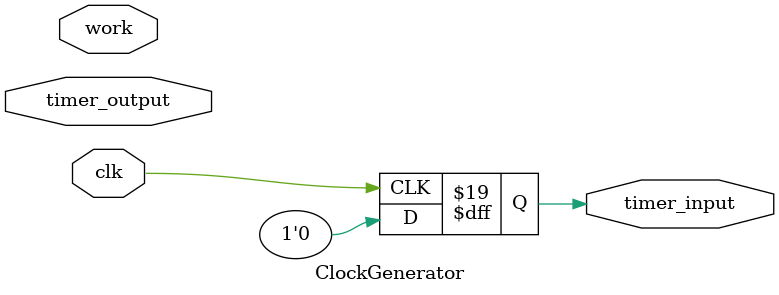
<source format=sv>
module ClockGenerator (
    input bit clk, timer_output, work,
    output bit timer_input
);
    bit is_working = 0;
    bit is_starting = 0;

    always @(posedge clk) begin
        timer_input <= 0;

        if (!work) begin
            if (!timer_output) begin
                is_working <= 0;
                is_starting <= 0;
            end
        end else begin
            if (is_starting && timer_output) begin
                is_starting <= 0;
            end


        end
    end
endmodule

</source>
